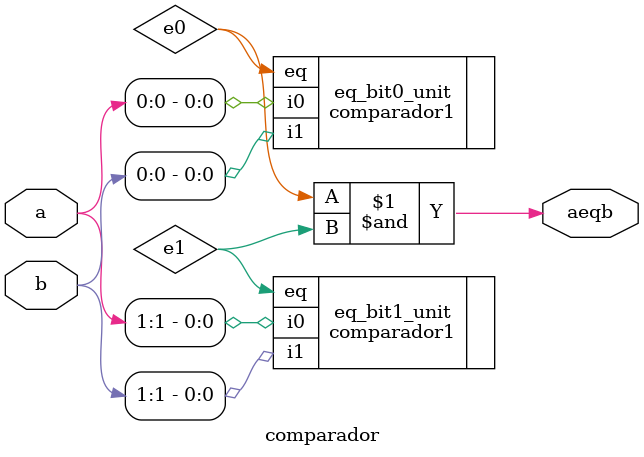
<source format=v>
`timescale 1ns / 1ps
module comparador(
    input [1:0] a,
    input [1:0] b,
    output aeqb
    );

	wire e0, e1;
	comparador1 eq_bit0_unit (.i0(a[0]), .i1(b[0]), .eq(e0));
	comparador1 eq_bit1_unit (.eq(e1), .i0(a[1]), .i1(b[1]));
	
	assign aeqb = e0 & e1;

endmodule

</source>
